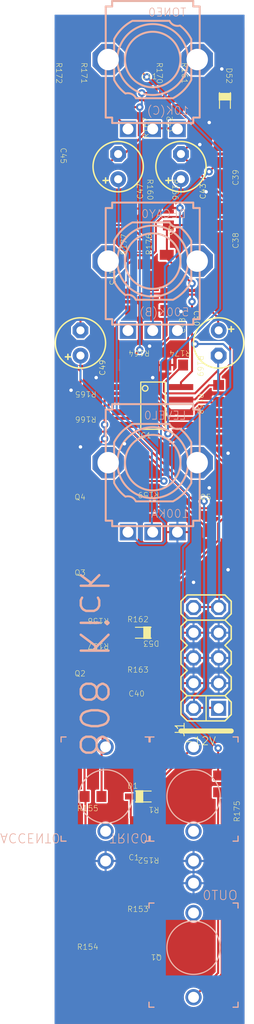
<source format=kicad_pcb>
(kicad_pcb (version 20240108) (generator "pcbnew") (generator_version "8.0")
  (layers (0 "F.Cu" signal) (31 "B.Cu" signal) (34 "B.Paste" user) (35 "F.Paste" user) (36 "B.SilkS" user "B.Silkscreen") (37 "F.SilkS" user "F.Silkscreen") (38 "B.Mask" user) (39 "F.Mask" user) (44 "Edge.Cuts" user))
  (net 0 "")
  (net 1 "N$162")
  (net 2 "N$164")
  (net 3 "N$188")
  (net 4 "N$190")
  (net 5 "N$191")
  (net 6 "N$192")
  (net 7 "N$193")
  (net 8 "N$195")
  (net 9 "N$196")
  (net 10 "N$197")
  (net 11 "N$198")
  (net 12 "N$199")
  (net 13 "N$202")
  (net 14 "N$203")
  (net 15 "N$204")
  (net 16 "N$205")
  (net 17 "N$206")
  (net 18 "N$207")
  (net 19 "C49")
  (net 20 "N$242")
  (net 21 "N$208")
  (net 22 "TRIG")
  (net 23 "GND")
  (net 24 "N$169")
  (net 25 "N$168")
  (net 26 "N$217")
  (net 27 "N$2")
  (net 28 "+12V")
  (net 29 "-12V")
  (net 30 "N$3")
  (net 31 "N$1")
  (net 32 "N$4")
  (net 33 "N$5")
  (net 34 "N$6")
  (footprint "808_bass_drum1:R0603_1879502" (layer "F.Cu") (at 126.7714 68.6308 90)
    (property "Reference" "R177")
    (property "Value" "82K")
  )
  (footprint "808_bass_drum1:R0603_1879502" (layer "F.Cu") (at 130.5814 108.0008)
    (property "Reference" "R162")
    (property "Value" "4K7")
  )
  (footprint "808_bass_drum1:SOT23-BEC_1879502" (layer "F.Cu") (at 125.5014 106.7308)
    (property "Reference" "Q3")
    (property "Value" "bc546")
  )
  (footprint "808_bass_drum1:SOT23-BEC_1879502" (layer "F.Cu") (at 138.2014 99.1108)
    (property "Reference" "Q5")
    (property "Value" "bc546")
  )
  (footprint "808_bass_drum1:R0603_1879502" (layer "F.Cu") (at 133.7564 83.5533 180)
    (property "Reference" "R174")
    (property "Value" "100K")
  )
  (footprint "808_bass_drum1:E2,5-5_1879502" (layer "F.Cu") (at 138.2014 81.3308 -90)
    (property "Reference" "C50")
    (property "Value" "1/50")
  )
  (footprint "808_bass_drum1:R0603_1879502" (layer "F.Cu") (at 130.5814 113.0808)
    (property "Reference" "R163")
    (property "Value" "100K")
  )
  (footprint "808_bass_drum1:E2,5-5_1879502" (layer "F.Cu") (at 128.0414 63.5508 90)
    (property "Reference" "C47")
    (property "Value" ".47/50")
  )
  (footprint "808_bass_drum1:E2,5-5_1879502" (layer "F.Cu") (at 124.2314 81.3308 90)
    (property "Reference" "C49")
    (property "Value" ".47/50")
  )
  (footprint "808_bass_drum1:R0603_1879502" (layer "F.Cu") (at 129.6289 83.5533 180)
    (property "Reference" "R164")
    (property "Value" "47K")
  )
  (footprint "808_bass_drum1:SOT23-BEC_1879502" (layer "F.Cu") (at 125.5014 99.1108)
    (property "Reference" "Q4")
    (property "Value" "bc546")
  )
  (footprint "808_bass_drum1:C0603_1879502" (layer "F.Cu") (at 131.5339 56.8833 90)
    (property "Reference" "C42")
    (property "Value" "15n")
  )
  (footprint "808_bass_drum1:R0603_1879502" (layer "F.Cu") (at 125.5014 141.0208)
    (property "Reference" "R154")
    (property "Value" "10K")
  )
  (footprint "808_bass_drum1:SOT23-BEC_1879502" (layer "F.Cu") (at 130.5814 141.0208 180)
    (property "Reference" "Q1")
    (property "Value" "bc546")
  )
  (footprint "808_bass_drum1:2X05_EUROPWR_OPEN_1879502" (layer "F.Cu") (at 136.9314 113.0808 90)
    (property "Reference" "J1")
    (property "Value" "HEADER-EUROPWR_2X05-OPEN" (hide yes))
  )
  (footprint "808_bass_drum1:SO08_1879502" (layer "F.Cu") (at 131.5339 87.6808 -90)
    (property "Reference" "IC1")
    (property "Value" "OPAMP-TL072D")
  )
  (footprint "808_bass_drum1:R0603_1879502" (layer "F.Cu") (at 138.2014 86.4108 -90)
    (property "Reference" "R169")
    (property "Value" "47K")
  )
  (footprint "808_bass_drum1:C0603_1879502" (layer "F.Cu") (at 130.5814 115.6208)
    (property "Reference" "C40")
    (property "Value" "15n")
  )
  (footprint "808_bass_drum1:R0603_1879502" (layer "F.Cu") (at 133.1214 68.6308 -90)
    (property "Reference" "R160")
    (property "Value" "22K")
  )
  (footprint "808_bass_drum1:R0603_1879502" (layer "F.Cu") (at 135.6614 68.6308 -90)
    (property "Reference" "R156")
    (property "Value" "1M")
  )
  (footprint "808_bass_drum1:R0603_1879502" (layer "F.Cu") (at 129.3114 77.2033 -90)
    (property "Reference" "R173")
    (property "Value" "6K8")
  )
  (footprint "808_bass_drum1:R0603_1879502" (layer "F.Cu") (at 124.2314 90.2208 180)
    (property "Reference" "R166")
    (property "Value" "6K8")
  )
  (footprint "808_bass_drum1:R0603_1879502" (layer "F.Cu") (at 138.2014 90.2208 -90)
    (property "Reference" "R168")
    (property "Value" "22K")
  )
  (footprint "808_bass_drum1:R0603_1879502" (layer "F.Cu") (at 125.5014 127.0508)
    (property "Reference" "R155")
    (property "Value" "4K7")
  )
  (footprint "808_bass_drum1:C0603_1879502" (layer "F.Cu") (at 124.2314 64.8208 -90)
    (property "Reference" "C45")
    (property "Value" "100n")
  )
  (footprint "808_bass_drum1:SOD323W_INFINEON_1879502" (layer "F.Cu") (at 130.5814 110.5408 180)
    (property "Reference" "D53")
    (property "Value" "1N4148")
  )
  (footprint "808_bass_drum1:R0603_1879502" (layer "F.Cu") (at 123.9139 56.8833 -90)
    (property "Reference" "R172")
    (property "Value" "10K")
  )
  (footprint "808_bass_drum1:E2,5-5_1879502" (layer "F.Cu") (at 134.3914 63.5508 90)
    (property "Reference" "C43")
    (property "Value" "33/6.3")
  )
  (footprint "808_bass_drum1:C0603_1879502" (layer "F.Cu") (at 138.2014 68.6308 90)
    (property "Reference" "C38")
    (property "Value" "100n")
  )
  (footprint "808_bass_drum1:R0603_1879502" (layer "F.Cu") (at 125.5014 113.0808 180)
    (property "Reference" "R157")
    (property "Value" "8K2")
  )
  (footprint "808_bass_drum1:R0603_1879502" (layer "F.Cu") (at 130.5814 129.5908 180)
    (property "Reference" "R1")
    (property "Value" "100K")
  )
  (footprint "808_bass_drum1:SOD323W_INFINEON_1879502" (layer "F.Cu") (at 130.5814 127.0508)
    (property "Reference" "D1")
    (property "Value" "1N4148")
  )
  (footprint "808_bass_drum1:R0603_1879502" (layer "F.Cu") (at 128.9939 56.8833 90)
    (property "Reference" "R167")
    (property "Value" "1M")
  )
  (footprint "808_bass_drum1:R0603_1879502" (layer "F.Cu") (at 130.5814 97.8408 180)
    (property "Reference" "R159")
    (property "Value" "100K")
  )
  (footprint "808_bass_drum1:SOT23-BEC_1879502" (layer "F.Cu") (at 131.8514 72.4408 -90)
    (property "Reference" "Q6")
    (property "Value" "bc546")
  )
  (footprint "808_bass_drum1:R0603_1879502" (layer "F.Cu") (at 126.4539 56.8833 -90)
    (property "Reference" "R171")
    (property "Value" "220R")
  )
  (footprint "808_bass_drum1:R0603_1879502" (layer "F.Cu") (at 134.0739 56.8833 -90)
    (property "Reference" "R170")
    (property "Value" "470K")
  )
  (footprint "808_bass_drum1:C0603_1879502" (layer "F.Cu") (at 131.8514 53.3908)
    (property "Reference" "C41")
    (property "Value" "15n")
  )
  (footprint "808_bass_drum1:R0603_1879502" (layer "F.Cu") (at 130.5814 137.2108)
    (property "Reference" "R153")
    (property "Value" "10K")
  )
  (footprint "808_bass_drum1:R0603_1879502" (layer "F.Cu") (at 130.5814 134.6708 180)
    (property "Reference" "R152")
    (property "Value" "22K")
  )
  (footprint "808_bass_drum1:C0603_1879502" (layer "F.Cu") (at 130.5814 132.1308)
    (property "Reference" "C1")
    (property "Value" "0.1")
  )
  (footprint "808_bass_drum1:R0603_1879502" (layer "F.Cu") (at 125.5014 110.5408 180)
    (property "Reference" "R158")
    (property "Value" "2K7")
  )
  (footprint "808_bass_drum1:R0603_1879502" (layer "F.Cu") (at 129.3114 68.6308 90)
    (property "Reference" "R176")
    (property "Value" "100K")
  )
  (footprint "808_bass_drum1:C0603_1879502" (layer "F.Cu") (at 132.8039 77.2033 90)
    (property "Reference" "C48")
    (property "Value" "220p")
  )
  (footprint "808_bass_drum1:SOD323W_INFINEON_1879502" (layer "F.Cu") (at 138.8364 56.8833 -90)
    (property "Reference" "D52")
    (property "Value" "1N4148")
  )
  (footprint "808_bass_drum1:SOT23-BEC_1879502" (layer "F.Cu") (at 125.5014 116.8908)
    (property "Reference" "Q2")
    (property "Value" "bc556")
  )
  (footprint "808_bass_drum1:C0603_1879502" (layer "F.Cu") (at 138.2014 62.2808 90)
    (property "Reference" "C39")
    (property "Value" "33n")
  )
  (footprint "808_bass_drum1:R0603_1879502" (layer "F.Cu") (at 138.2014 125.7808 90)
    (property "Reference" "R175")
    (property "Value" "1K")
  )
  (footprint "808_bass_drum1:R0603_1879502" (layer "F.Cu") (at 136.6139 56.8833 -90)
    (property "Reference" "R161")
    (property "Value" "1M")
  )
  (footprint "808_bass_drum1:R0603_1879502" (layer "F.Cu") (at 124.2314 87.6808 180)
    (property "Reference" "R165")
    (property "Value" "47K")
  )
  (footprint "808_bass_drum1:WQP-PJ301M-12_JACK_1879502" (layer "B.Cu") (at 135.6614 127.0508 180)
    (property "Reference" "TRIG0")
    (property "Value" "JACK_THONKICONNNEW" (hide yes))
  )
  (footprint "808_bass_drum1:WQP-PJ301M-12_JACK_1879502" (layer "B.Cu") (at 135.6614 142.2908)
    (property "Reference" "OUT0")
    (property "Value" "JACK_THONKICONNNEW" (hide yes))
  )
  (footprint "808_bass_drum1:9MM_PLS_1879502" (layer "B.Cu") (at 131.5339 52.7558 180)
    (property "Reference" "TONE0")
    (property "Value" "10K(C)")
  )
  (footprint "808_bass_drum1:WQP-PJ301M-12_JACK_1879502" (layer "B.Cu") (at 126.7714 127.0508 180)
    (property "Reference" "ACCENT0")
    (property "Value" "JACK_THONKICONNNEW" (hide yes))
  )
  (footprint "808_bass_drum1:9MM_PLS_1879502" (layer "B.Cu") (at 131.5339 73.0758 180)
    (property "Reference" "DECAY0")
    (property "Value" "500K(B)")
  )
  (footprint "808_bass_drum1:9MM_PLS_1879502" (layer "B.Cu") (at 131.5339 93.3958 180)
    (property "Reference" "LEVEL0")
    (property "Value" "100KA")
  )
  (gr_text "808 Kick" (at 123.904654 123.322952 270) (layer "B.SilkS") (effects (font (size 2.80416 2.80416) (thickness 0.24384)) (justify left bottom mirror)))
  (segment (start 125.4506 101.5492) (end 125.4506 105.6132) (width 0.2032) (layer "F.Cu") (net 1))
  (segment (start 129.0066 73.406) (end 129.921 72.4916) (width 0.2032) (layer "F.Cu") (net 1))
  (segment (start 124.6378 100.1268) (end 124.5514 100.2108) (width 0.2032) (layer "F.Cu") (net 1))
  (segment (start 124.6378 100.7364) (end 125.4506 101.5492) (width 0.2032) (layer "F.Cu") (net 1))
  (segment (start 126.6698 77.47) (end 129.0066 75.1332) (width 0.2032) (layer "F.Cu") (net 1))
  (segment (start 124.6378 93.0148) (end 126.6698 90.9828) (width 0.2032) (layer "F.Cu") (net 1))
  (segment (start 132.461 68.6308) (end 134.3914 68.6308) (width 0.2032) (layer "F.Cu") (net 1))
  (segment (start 138.1506 69.4436) (end 138.2014 69.4808) (width 0.2032) (layer "F.Cu") (net 1))
  (segment (start 129.0066 75.1332) (end 129.0066 73.406) (width 0.2032) (layer "F.Cu") (net 1))
  (segment (start 124.6378 100.1268) (end 124.6378 93.0148) (width 0.2032) (layer "F.Cu") (net 1))
  (segment (start 129.921 72.4916) (end 131.445 72.4916) (width 0.2032) (layer "F.Cu") (net 1))
  (segment (start 135.7122 67.818) (end 137.3378 69.4436) (width 0.2032) (layer "F.Cu") (net 1))
  (segment (start 131.445 72.4916) (end 131.8514 72.0852) (width 0.2032) (layer "F.Cu") (net 1))
  (segment (start 135.2042 67.818) (end 135.6106 67.818) (width 0.2032) (layer "F.Cu") (net 1))
  (segment (start 131.8514 72.0852) (end 131.8514 69.2404) (width 0.2032) (layer "F.Cu") (net 1))
  (segment (start 135.6106 67.818) (end 135.6614 67.7808) (width 0.2032) (layer "F.Cu") (net 1))
  (segment (start 131.8514 69.2404) (end 132.461 68.6308) (width 0.2032) (layer "F.Cu") (net 1))
  (segment (start 134.3914 68.6308) (end 135.2042 67.818) (width 0.2032) (layer "F.Cu") (net 1))
  (segment (start 137.3378 69.4436) (end 138.1506 69.4436) (width 0.2032) (layer "F.Cu") (net 1))
  (segment (start 135.7122 67.818) (end 135.6614 67.7808) (width 0.2032) (layer "F.Cu") (net 1))
  (segment (start 124.6378 100.2284) (end 124.5514 100.2108) (width 0.2032) (layer "F.Cu") (net 1))
  (segment (start 125.4506 105.6132) (end 125.5014 105.6308) (width 0.2032) (layer "F.Cu") (net 1))
  (segment (start 126.6698 89.5604) (end 126.6698 77.47) (width 0.2032) (layer "F.Cu") (net 1))
  (segment (start 124.6378 100.2284) (end 124.6378 100.7364) (width 0.2032) (layer "F.Cu") (net 1))
  (via (at 126.6698 89.5604) (size 0.762) (drill 0.3556) (layers "F.Cu" "B.Cu") (net 1))
  (via (at 126.6698 90.9828) (size 0.762) (drill 0.3556) (layers "F.Cu" "B.Cu") (net 1))
  (segment (start 126.6698 90.9828) (end 126.6698 89.5604) (width 0.2032) (layer "B.Cu") (net 1))
  (segment (start 124.7394 127.0508) (end 124.7394 140.97) (width 0.2032) (layer "F.Cu") (net 2))
  (segment (start 124.7394 140.97) (end 124.6514 141.0208) (width 0.2032) (layer "F.Cu") (net 2))
  (segment (start 124.6378 127.0508) (end 124.6514 127.0508) (width 0.2032) (layer "F.Cu") (net 2))
  (segment (start 124.6378 118.0084) (end 124.5514 117.9908) (width 0.2032) (layer "F.Cu") (net 2))
  (segment (start 124.7394 127.0508) (end 124.6514 127.0508) (width 0.2032) (layer "F.Cu") (net 2))
  (segment (start 124.6378 127.0508) (end 124.6378 118.0084) (width 0.2032) (layer "F.Cu") (net 2))
  (segment (start 130.5306 142.0876) (end 129.5146 141.0716) (width 0.2032) (layer "F.Cu") (net 3))
  (segment (start 130.5306 142.0876) (end 130.5814 142.1208) (width 0.2032) (layer "F.Cu") (net 3))
  (segment (start 126.365 141.0716) (end 126.3514 141.0208) (width 0.2032) (layer "F.Cu") (net 3))
  (segment (start 129.5146 141.0716) (end 126.365 141.0716) (width 0.2032) (layer "F.Cu") (net 3))
  (segment (start 133.1722 67.7164) (end 133.1214 67.7808) (width 0.2032) (layer "F.Cu") (net 4))
  (segment (start 134.2898 67.7164) (end 133.1722 67.7164) (width 0.2032) (layer "F.Cu") (net 4))
  (segment (start 125.6538 98.0948) (end 125.5014 98.0108) (width 0.2032) (layer "F.Cu") (net 4))
  (segment (start 125.9078 97.8408) (end 125.7046 98.044) (width 0.2032) (layer "F.Cu") (net 4))
  (segment (start 138.1506 63.1444) (end 138.2014 63.1308) (width 0.2032) (layer "F.Cu") (net 4))
  (segment (start 138.1506 63.1444) (end 137.2362 64.0588) (width 0.2032) (layer "F.Cu") (net 4))
  (segment (start 125.6538 98.0948) (end 125.7046 98.044) (width 0.2032) (layer "F.Cu") (net 4))
  (segment (start 128.4986 95.25) (end 132.6642 95.25) (width 0.2032) (layer "F.Cu") (net 4))
  (segment (start 125.5522 98.0948) (end 125.5014 98.0108) (width 0.2032) (layer "F.Cu") (net 4))
  (segment (start 125.9078 97.8408) (end 128.4986 95.25) (width 0.2032) (layer "F.Cu") (net 4))
  (segment (start 129.7314 97.8408) (end 125.9078 97.8408) (width 0.2032) (layer "F.Cu") (net 4))
  (via (at 134.2898 67.7164) (size 0.762) (drill 0.3556) (layers "F.Cu" "B.Cu") (net 4))
  (via (at 132.6642 95.25) (size 0.762) (drill 0.3556) (layers "F.Cu" "B.Cu") (net 4))
  (via (at 137.2362 64.0588) (size 0.762) (drill 0.3556) (layers "F.Cu" "B.Cu") (net 4))
  (segment (start 132.6642 95.25) (end 132.3594 94.9452) (width 0.2032) (layer "B.Cu") (net 4))
  (segment (start 132.3594 83.2612) (end 132.7658 82.8548) (width 0.2032) (layer "B.Cu") (net 4))
  (segment (start 134.2898 67.0052) (end 134.2898 67.7164) (width 0.2032) (layer "B.Cu") (net 4))
  (segment (start 132.7658 73.6092) (end 134.2898 72.0852) (width 0.2032) (layer "B.Cu") (net 4))
  (segment (start 137.2362 64.0588) (end 134.2898 67.0052) (width 0.2032) (layer "B.Cu") (net 4))
  (segment (start 132.3594 94.9452) (end 132.3594 83.2612) (width 0.2032) (layer "B.Cu") (net 4))
  (segment (start 134.2898 72.0852) (end 134.2898 67.7164) (width 0.2032) (layer "B.Cu") (net 4))
  (segment (start 132.7658 82.8548) (end 132.7658 73.6092) (width 0.2032) (layer "B.Cu") (net 4))
  (segment (start 129.7178 113.1316) (end 129.7178 115.57) (width 0.2032) (layer "F.Cu") (net 5))
  (segment (start 126.365 113.1316) (end 126.3514 113.0808) (width 0.2032) (layer "F.Cu") (net 5))
  (segment (start 126.2634 115.062) (end 126.2634 113.1316) (width 0.2032) (layer "F.Cu") (net 5))
  (segment (start 129.7178 113.1316) (end 129.7314 113.0808) (width 0.2032) (layer "F.Cu") (net 5))
  (segment (start 129.6162 113.1316) (end 129.7314 113.0808) (width 0.2032) (layer "F.Cu") (net 5))
  (segment (start 126.2634 113.1316) (end 126.3514 113.0808) (width 0.2032) (layer "F.Cu") (net 5))
  (segment (start 125.5522 115.7732) (end 125.5014 115.7908) (width 0.2032) (layer "F.Cu") (net 5))
  (segment (start 129.7178 115.57) (end 129.7314 115.6208) (width 0.2032) (layer "F.Cu") (net 5))
  (segment (start 125.5522 115.7732) (end 126.2634 115.062) (width 0.2032) (layer "F.Cu") (net 5))
  (segment (start 126.365 113.1316) (end 129.6162 113.1316) (width 0.2032) (layer "F.Cu") (net 5))
  (segment (start 131.8514 110.49) (end 131.9314 110.5408) (width 0.2032) (layer "F.Cu") (net 6))
  (segment (start 136.8298 91.4908) (end 133.0706 91.4908) (width 0.2032) (layer "F.Cu") (net 6))
  (segment (start 139.065 98.806) (end 139.065 93.726) (width 0.2032) (layer "F.Cu") (net 6))
  (segment (start 131.445 110.998) (end 131.445 113.03) (width 0.2032) (layer "F.Cu") (net 6))
  (segment (start 129.921 88.3412) (end 128.8034 88.3412) (width 0.2032) (layer "F.Cu") (net 6))
  (segment (start 138.1506 99.5172) (end 138.557 99.1108) (width 0.2032) (layer "F.Cu") (net 6))
  (segment (start 131.8514 110.5916) (end 131.9314 110.5408) (width 0.2032) (layer "F.Cu") (net 6))
  (segment (start 131.445 113.1316) (end 131.4314 113.0808) (width 0.2032) (layer "F.Cu") (net 6))
  (segment (start 131.445 107.95) (end 138.1506 101.2444) (width 0.2032) (layer "F.Cu") (net 6))
  (segment (start 138.557 99.1108) (end 138.7602 99.1108) (width 0.2032) (layer "F.Cu") (net 6))
  (segment (start 131.445 113.03) (end 131.4314 113.0808) (width 0.2032) (layer "F.Cu") (net 6))
  (segment (start 131.8514 110.5916) (end 131.445 110.998) (width 0.2032) (layer "F.Cu") (net 6))
  (segment (start 131.445 115.57) (end 131.4314 115.6208) (width 0.2032) (layer "F.Cu") (net 6))
  (segment (start 131.445 107.95) (end 131.4314 108.0008) (width 0.2032) (layer "F.Cu") (net 6))
  (segment (start 128.8034 88.3412) (end 128.7339 88.3158) (width 0.2032) (layer "F.Cu") (net 6))
  (segment (start 131.445 108.0516) (end 131.4314 108.0008) (width 0.2032) (layer "F.Cu") (net 6))
  (segment (start 138.1506 101.2444) (end 138.1506 99.5172) (width 0.2032) (layer "F.Cu") (net 6))
  (segment (start 133.0706 91.4908) (end 129.921 88.3412) (width 0.2032) (layer "F.Cu") (net 6))
  (segment (start 131.445 113.1316) (end 131.445 115.57) (width 0.2032) (layer "F.Cu") (net 6))
  (segment (start 131.8514 108.458) (end 131.8514 110.49) (width 0.2032) (layer "F.Cu") (net 6))
  (segment (start 131.445 108.0516) (end 131.8514 108.458) (width 0.2032) (layer "F.Cu") (net 6))
  (segment (start 138.7602 99.1108) (end 139.065 98.806) (width 0.2032) (layer "F.Cu") (net 6))
  (segment (start 139.065 93.726) (end 136.8298 91.4908) (width 0.2032) (layer "F.Cu") (net 6))
  (segment (start 134.8486 97.8408) (end 137.2362 100.2284) (width 0.2032) (layer "F.Cu") (net 7))
  (segment (start 137.2362 100.2284) (end 137.2514 100.2108) (width 0.2032) (layer "F.Cu") (net 7))
  (segment (start 131.4314 97.8408) (end 134.8486 97.8408) (width 0.2032) (layer "F.Cu") (net 7))
  (segment (start 132.7658 54.61) (end 132.7658 53.3908) (width 0.2032) (layer "F.Cu") (net 8))
  (segment (start 127.1778 55.2196) (end 123.2154 55.2196) (width 0.2032) (layer "F.Cu") (net 8))
  (segment (start 124.2314 84.1756) (end 124.2314 88.3412) (width 0.2032) (layer "F.Cu") (net 8))
  (segment (start 136.525 56.0324) (end 134.0866 56.0324) (width 0.2032) (layer "F.Cu") (net 8))
  (segment (start 128.0922 56.642) (end 128.0922 56.134) (width 0.2032) (layer "F.Cu") (net 8))
  (segment (start 130.6322 56.8452) (end 128.2954 56.8452) (width 0.2032) (layer "F.Cu") (net 8))
  (segment (start 128.0922 56.134) (end 127.1778 55.2196) (width 0.2032) (layer "F.Cu") (net 8))
  (segment (start 131.445 57.658) (end 131.5339 57.7333) (width 0.2032) (layer "F.Cu") (net 8))
  (segment (start 134.0866 55.9308) (end 134.0739 56.0333) (width 0.2032) (layer "F.Cu") (net 8))
  (segment (start 136.525 56.0324) (end 136.6139 56.0333) (width 0.2032) (layer "F.Cu") (net 8))
  (segment (start 133.6294 55.4736) (end 132.7658 54.61) (width 0.2032) (layer "F.Cu") (net 8))
  (segment (start 123.0122 82.9564) (end 124.2314 84.1756) (width 0.2032) (layer "F.Cu") (net 8))
  (segment (start 123.4186 90.17) (end 123.3814 90.2208) (width 0.2032) (layer "F.Cu") (net 8))
  (segment (start 128.2954 56.8452) (end 128.0922 56.642) (width 0.2032) (layer "F.Cu") (net 8))
  (segment (start 123.4186 89.154) (end 123.4186 90.17) (width 0.2032) (layer "F.Cu") (net 8))
  (segment (start 131.445 57.658) (end 133.6294 55.4736) (width 0.2032) (layer "F.Cu") (net 8))
  (segment (start 123.2154 55.2196) (end 123.0122 55.4228) (width 0.2032) (layer "F.Cu") (net 8))
  (segment (start 123.0122 55.4228) (end 123.0122 82.9564) (width 0.2032) (layer "F.Cu") (net 8))
  (segment (start 124.2314 88.3412) (end 123.4186 89.154) (width 0.2032) (layer "F.Cu") (net 8))
  (segment (start 134.0866 56.0324) (end 134.0739 56.0333) (width 0.2032) (layer "F.Cu") (net 8))
  (segment (start 132.7658 53.3908) (end 132.7014 53.3908) (width 0.2032) (layer "F.Cu") (net 8))
  (segment (start 131.445 57.658) (end 130.6322 56.8452) (width 0.2032) (layer "F.Cu") (net 8))
  (segment (start 134.0866 55.9308) (end 133.6294 55.4736) (width 0.2032) (layer "F.Cu") (net 8))
  (segment (start 128.8034 87.122) (end 128.7339 87.0458) (width 0.2032) (layer "F.Cu") (net 9))
  (segment (start 133.0706 90.4748) (end 129.7178 87.122) (width 0.2032) (layer "F.Cu") (net 9))
  (segment (start 130.3782 53.9496) (end 130.937 54.5084) (width 0.2032) (layer "F.Cu") (net 9))
  (segment (start 129.0066 55.3212) (end 129.0066 56.0324) (width 0.2032) (layer "F.Cu") (net 9))
  (segment (start 130.937 53.3908) (end 131.0014 53.3908) (width 0.2032) (layer "F.Cu") (net 9))
  (segment (start 130.937 53.3908) (end 130.3782 53.9496) (width 0.2032) (layer "F.Cu") (net 9))
  (segment (start 129.0066 56.0324) (end 128.9939 56.0333) (width 0.2032) (layer "F.Cu") (net 9))
  (segment (start 130.3782 53.9496) (end 129.0066 55.3212) (width 0.2032) (layer "F.Cu") (net 9))
  (segment (start 129.7178 87.122) (end 128.8034 87.122) (width 0.2032) (layer "F.Cu") (net 9))
  (via (at 133.0706 90.4748) (size 0.762) (drill 0.3556) (layers "F.Cu" "B.Cu") (net 9))
  (via (at 130.937 54.5084) (size 0.762) (drill 0.3556) (layers "F.Cu" "B.Cu") (net 9))
  (segment (start 138.3538 77.8764) (end 133.0706 83.1596) (width 0.2032) (layer "B.Cu") (net 9))
  (segment (start 133.0706 83.1596) (end 133.0706 90.4748) (width 0.2032) (layer "B.Cu") (net 9))
  (segment (start 130.937 54.5084) (end 138.3538 61.9252) (width 0.2032) (layer "B.Cu") (net 9))
  (segment (start 138.3538 61.9252) (end 138.3538 77.8764) (width 0.2032) (layer "B.Cu") (net 9))
  (segment (start 130.429 56.134) (end 131.445 56.134) (width 0.2032) (layer "F.Cu") (net 10))
  (segment (start 128.8034 85.6996) (end 128.7339 85.7758) (width 0.2032) (layer "F.Cu") (net 10))
  (segment (start 128.905 57.658) (end 128.4986 57.658) (width 0.2032) (layer "F.Cu") (net 10))
  (segment (start 126.4666 56.134) (end 126.4539 56.0333) (width 0.2032) (layer "F.Cu") (net 10))
  (segment (start 128.905 57.658) (end 128.9939 57.7333) (width 0.2032) (layer "F.Cu") (net 10))
  (segment (start 131.445 56.134) (end 131.5339 56.0333) (width 0.2032) (layer "F.Cu") (net 10))
  (segment (start 126.9746 56.134) (end 126.4666 56.134) (width 0.2032) (layer "F.Cu") (net 10))
  (segment (start 128.4986 57.658) (end 126.9746 56.134) (width 0.2032) (layer "F.Cu") (net 10))
  (segment (start 128.905 57.5564) (end 130.2258 57.5564) (width 0.2032) (layer "F.Cu") (net 10))
  (segment (start 128.8034 83.566) (end 128.7789 83.5533) (width 0.2032) (layer "F.Cu") (net 10))
  (segment (start 130.2258 82.042) (end 128.8034 83.4644) (width 0.2032) (layer "F.Cu") (net 10))
  (segment (start 128.8034 85.6996) (end 128.8034 83.566) (width 0.2032) (layer "F.Cu") (net 10))
  (segment (start 128.905 57.5564) (end 128.9939 57.7333) (width 0.2032) (layer "F.Cu") (net 10))
  (segment (start 128.8034 83.4644) (end 128.7789 83.5533) (width 0.2032) (layer "F.Cu") (net 10))
  (via (at 130.429 56.134) (size 0.762) (drill 0.3556) (layers "F.Cu" "B.Cu") (net 10))
  (via (at 130.2258 82.042) (size 0.762) (drill 0.3556) (layers "F.Cu" "B.Cu") (net 10))
  (via (at 130.2258 57.5564) (size 0.762) (drill 0.3556) (layers "F.Cu" "B.Cu") (net 10))
  (segment (start 130.429 57.3532) (end 130.429 56.134) (width 0.2032) (layer "B.Cu") (net 10))
  (segment (start 130.2258 57.5564) (end 130.429 57.3532) (width 0.2032) (layer "B.Cu") (net 10))
  (segment (start 130.2258 57.5564) (end 130.2258 82.042) (width 0.2032) (layer "B.Cu") (net 10))
  (segment (start 131.5466 59.69) (end 131.5339 59.7558) (width 0.2032) (layer "F.Cu") (net 11))
  (segment (start 131.1402 59.7916) (end 131.445 59.7916) (width 0.2032) (layer "F.Cu") (net 11))
  (segment (start 128.7018 62.23) (end 131.1402 59.7916) (width 0.2032) (layer "F.Cu") (net 11))
  (segment (start 133.985 59.69) (end 134.0339 59.7558) (width 0.2032) (layer "F.Cu") (net 11))
  (segment (start 128.0922 62.23) (end 128.0414 62.2808) (width 0.2032) (layer "F.Cu") (net 11))
  (segment (start 133.985 59.69) (end 131.5466 59.69) (width 0.2032) (layer "F.Cu") (net 11))
  (segment (start 124.2314 63.9572) (end 123.9266 63.6524) (width 0.2032) (layer "F.Cu") (net 11))
  (segment (start 131.445 59.7916) (end 131.5339 59.7558) (width 0.2032) (layer "F.Cu") (net 11))
  (segment (start 128.0922 62.23) (end 128.7018 62.23) (width 0.2032) (layer "F.Cu") (net 11))
  (segment (start 126.365 63.9572) (end 124.2314 63.9572) (width 0.2032) (layer "F.Cu") (net 11))
  (segment (start 123.9266 63.6524) (end 123.9266 57.7596) (width 0.2032) (layer "F.Cu") (net 11))
  (segment (start 123.9266 57.7596) (end 123.9139 57.7333) (width 0.2032) (layer "F.Cu") (net 11))
  (segment (start 128.0414 62.2808) (end 126.365 63.9572) (width 0.2032) (layer "F.Cu") (net 11))
  (segment (start 124.2314 63.9572) (end 124.2314 63.9708) (width 0.2032) (layer "F.Cu") (net 11))
  (segment (start 129.0066 59.69) (end 129.0339 59.7558) (width 0.2032) (layer "F.Cu") (net 12))
  (segment (start 125.4506 57.658) (end 126.365 57.658) (width 0.2032) (layer "F.Cu") (net 12))
  (segment (start 129.0066 59.69) (end 127.0762 57.7596) (width 0.2032) (layer "F.Cu") (net 12))
  (segment (start 127.0762 57.7596) (end 126.4666 57.7596) (width 0.2032) (layer "F.Cu") (net 12))
  (segment (start 126.4666 57.7596) (end 126.4539 57.7333) (width 0.2032) (layer "F.Cu") (net 12))
  (segment (start 123.9266 56.134) (end 123.9139 56.0333) (width 0.2032) (layer "F.Cu") (net 12))
  (segment (start 126.365 57.658) (end 126.4539 57.7333) (width 0.2032) (layer "F.Cu") (net 12))
  (segment (start 123.9266 56.134) (end 125.4506 57.658) (width 0.2032) (layer "F.Cu") (net 12))
  (segment (start 134.3914 62.3316) (end 134.3914 62.2808) (width 0.2032) (layer "F.Cu") (net 13))
  (segment (start 135.2042 61.4172) (end 135.2042 58.7756) (width 0.2032) (layer "F.Cu") (net 13))
  (segment (start 135.8138 87.0204) (end 137.2362 85.598) (width 0.2032) (layer "F.Cu") (net 13))
  (segment (start 134.3914 62.23) (end 135.2042 61.4172) (width 0.2032) (layer "F.Cu") (net 13))
  (segment (start 134.3914 62.3316) (end 139.3698 67.31) (width 0.2032) (layer "F.Cu") (net 13))
  (segment (start 138.2522 84.582) (end 138.2522 85.4964) (width 0.2032) (layer "F.Cu") (net 13))
  (segment (start 134.8994 58.5724) (end 134.0866 57.7596) (width 0.2032) (layer "F.Cu") (net 13))
  (segment (start 137.2362 85.598) (end 138.1506 85.598) (width 0.2032) (layer "F.Cu") (net 13))
  (segment (start 138.1506 85.598) (end 138.2014 85.5608) (width 0.2032) (layer "F.Cu") (net 13))
  (segment (start 139.3698 67.31) (end 139.3698 83.4644) (width 0.2032) (layer "F.Cu") (net 13))
  (segment (start 135.2042 58.7756) (end 135.001 58.5724) (width 0.2032) (layer "F.Cu") (net 13))
  (segment (start 134.3914 87.0204) (end 135.8138 87.0204) (width 0.2032) (layer "F.Cu") (net 13))
  (segment (start 138.2522 85.4964) (end 138.2014 85.5608) (width 0.2032) (layer "F.Cu") (net 13))
  (segment (start 134.0866 57.7596) (end 134.0739 57.7333) (width 0.2032) (layer "F.Cu") (net 13))
  (segment (start 135.001 58.5724) (end 134.8994 58.5724) (width 0.2032) (layer "F.Cu") (net 13))
  (segment (start 134.3914 62.23) (end 134.3914 62.2808) (width 0.2032) (layer "F.Cu") (net 13))
  (segment (start 139.3698 83.4644) (end 138.2522 84.582) (width 0.2032) (layer "F.Cu") (net 13))
  (segment (start 134.3914 87.0204) (end 134.3339 87.0458) (width 0.2032) (layer "F.Cu") (net 13))
  (segment (start 129.3114 69.5452) (end 130.7338 70.9676) (width 0.2032) (layer "F.Cu") (net 14))
  (segment (start 129.3114 69.4436) (end 129.3114 69.4808) (width 0.2032) (layer "F.Cu") (net 14))
  (segment (start 126.7714 69.4436) (end 126.7714 69.4808) (width 0.2032) (layer "F.Cu") (net 14))
  (segment (start 130.7338 71.4756) (end 130.7514 71.4908) (width 0.2032) (layer "F.Cu") (net 14))
  (segment (start 129.3114 69.5452) (end 129.3114 69.4808) (width 0.2032) (layer "F.Cu") (net 14))
  (segment (start 129.3114 69.4436) (end 126.7714 69.4436) (width 0.2032) (layer "F.Cu") (net 14))
  (segment (start 130.7338 70.9676) (end 130.7338 71.4756) (width 0.2032) (layer "F.Cu") (net 14))
  (segment (start 132.7658 76.3524) (end 130.8354 76.3524) (width 0.2032) (layer "F.Cu") (net 15))
  (segment (start 132.7658 76.3524) (end 132.8039 76.3533) (width 0.2032) (layer "F.Cu") (net 15))
  (segment (start 138.1506 78.7908) (end 138.1506 80.01) (width 0.2032) (layer "F.Cu") (net 15))
  (segment (start 130.8354 73.406) (end 130.7514 73.3908) (width 0.2032) (layer "F.Cu") (net 15))
  (segment (start 138.1506 80.01) (end 138.2014 80.0608) (width 0.2032) (layer "F.Cu") (net 15))
  (segment (start 132.8674 76.454) (end 135.8138 76.454) (width 0.2032) (layer "F.Cu") (net 15))
  (segment (start 130.8354 76.3524) (end 129.3114 76.3524) (width 0.2032) (layer "F.Cu") (net 15))
  (segment (start 129.3114 76.3524) (end 129.3114 76.3533) (width 0.2032) (layer "F.Cu") (net 15))
  (segment (start 130.8354 76.3524) (end 130.8354 73.406) (width 0.2032) (layer "F.Cu") (net 15))
  (segment (start 135.8138 76.454) (end 138.1506 78.7908) (width 0.2032) (layer "F.Cu") (net 15))
  (segment (start 132.8674 76.454) (end 132.8039 76.3533) (width 0.2032) (layer "F.Cu") (net 15))
  (segment (start 132.6642 85.3948) (end 132.969 85.09) (width 0.2032) (layer "F.Cu") (net 16))
  (segment (start 135.8138 86.4108) (end 132.8674 86.4108) (width 0.2032) (layer "F.Cu") (net 16))
  (segment (start 138.1506 124.9172) (end 138.2014 124.9308) (width 0.2032) (layer "F.Cu") (net 16))
  (segment (start 138.1506 84.074) (end 135.8138 86.4108) (width 0.2032) (layer "F.Cu") (net 16))
  (segment (start 132.969 85.09) (end 133.0706 85.09) (width 0.2032) (layer "F.Cu") (net 16))
  (segment (start 138.1506 122.174) (end 138.1506 124.9172) (width 0.2032) (layer "F.Cu") (net 16))
  (segment (start 133.0706 85.09) (end 134.5946 83.566) (width 0.2032) (layer "F.Cu") (net 16))
  (segment (start 138.1506 82.6516) (end 138.1506 84.074) (width 0.2032) (layer "F.Cu") (net 16))
  (segment (start 132.6642 86.2076) (end 132.6642 85.3948) (width 0.2032) (layer "F.Cu") (net 16))
  (segment (start 138.1506 82.6516) (end 138.2014 82.6008) (width 0.2032) (layer "F.Cu") (net 16))
  (segment (start 134.5946 83.566) (end 134.6064 83.5533) (width 0.2032) (layer "F.Cu") (net 16))
  (segment (start 132.8674 86.4108) (end 132.6642 86.2076) (width 0.2032) (layer "F.Cu") (net 16))
  (via (at 138.1506 122.174) (size 0.762) (drill 0.3556) (layers "F.Cu" "B.Cu") (net 16))
  (segment (start 133.477 94.9452) (end 135.2042 96.6724) (width 0.2032) (layer "B.Cu") (net 16))
  (segment (start 135.2042 96.6724) (end 135.2042 101.346) (width 0.2032) (layer "B.Cu") (net 16))
  (segment (start 134.5946 101.9556) (end 134.5946 118.618) (width 0.2032) (layer "B.Cu") (net 16))
  (segment (start 138.1506 86.4108) (end 133.477 91.0844) (width 0.2032) (layer "B.Cu") (net 16))
  (segment (start 134.5946 118.618) (end 138.1506 122.174) (width 0.2032) (layer "B.Cu") (net 16))
  (segment (start 138.1506 82.6516) (end 138.2014 82.6008) (width 0.2032) (layer "B.Cu") (net 16))
  (segment (start 135.2042 101.346) (end 134.5946 101.9556) (width 0.2032) (layer "B.Cu") (net 16))
  (segment (start 138.1506 82.6516) (end 138.1506 86.4108) (width 0.2032) (layer "B.Cu") (net 16))
  (segment (start 133.477 91.0844) (end 133.477 94.9452) (width 0.2032) (layer "B.Cu") (net 16))
  (segment (start 129.1082 100.4316) (end 129.0339 100.3958) (width 0.2032) (layer "B.Cu") (net 17))
  (segment (start 132.7658 101.346) (end 132.7658 99.5172) (width 0.2032) (layer "B.Cu") (net 17))
  (segment (start 132.7658 99.5172) (end 131.953 98.7044) (width 0.2032) (layer "B.Cu") (net 17))
  (segment (start 129.0066 72.2884) (end 128.0922 71.374) (width 0.2032) (layer "B.Cu") (net 17))
  (segment (start 129.0066 77.978) (end 129.0066 72.2884) (width 0.2032) (layer "B.Cu") (net 17))
  (segment (start 130.2258 101.5492) (end 132.5626 101.5492) (width 0.2032) (layer "B.Cu") (net 17))
  (segment (start 127.889 79.0956) (end 129.0066 77.978) (width 0.2032) (layer "B.Cu") (net 17))
  (segment (start 127.889 88.0364) (end 127.889 79.0956) (width 0.2032) (layer "B.Cu") (net 17))
  (segment (start 131.953 92.1004) (end 127.889 88.0364) (width 0.2032) (layer "B.Cu") (net 17))
  (segment (start 131.953 98.7044) (end 131.953 92.1004) (width 0.2032) (layer "B.Cu") (net 17))
  (segment (start 128.0922 71.374) (end 128.0922 64.8716) (width 0.2032) (layer "B.Cu") (net 17))
  (segment (start 128.0922 64.8716) (end 128.0414 64.8208) (width 0.2032) (layer "B.Cu") (net 17))
  (segment (start 129.1082 100.4316) (end 130.2258 101.5492) (width 0.2032) (layer "B.Cu") (net 17))
  (segment (start 132.5626 101.5492) (end 132.7658 101.346) (width 0.2032) (layer "B.Cu") (net 17))
  (segment (start 131.445 100.33) (end 131.445 92.202) (width 0.2032) (layer "B.Cu") (net 18))
  (segment (start 124.2314 84.9884) (end 124.2314 82.6008) (width 0.2032) (layer "B.Cu") (net 18))
  (segment (start 131.445 92.202) (end 124.2314 84.9884) (width 0.2032) (layer "B.Cu") (net 18))
  (segment (start 131.445 100.33) (end 131.5339 100.3958) (width 0.2032) (layer "B.Cu") (net 18))
  (segment (start 126.7714 67.818) (end 126.7714 67.7808) (width 0.2032) (layer "F.Cu") (net 19))
  (segment (start 124.2314 70.358) (end 126.7714 67.818) (width 0.2032) (layer "F.Cu") (net 19))
  (segment (start 124.2314 80.0608) (end 124.2314 70.358) (width 0.2032) (layer "F.Cu") (net 19))
  (segment (start 137.033 58.166) (end 138.2522 58.166) (width 0.2032) (layer "F.Cu") (net 20))
  (segment (start 138.2522 58.166) (end 138.2522 61.4172) (width 0.2032) (layer "F.Cu") (net 20))
  (segment (start 138.2522 61.4172) (end 138.2014 61.4308) (width 0.2032) (layer "F.Cu") (net 20))
  (segment (start 136.6266 57.7596) (end 137.033 58.166) (width 0.2032) (layer "F.Cu") (net 20))
  (segment (start 136.6266 57.7596) (end 136.6139 57.7333) (width 0.2032) (layer "F.Cu") (net 20))
  (segment (start 138.2522 58.166) (end 138.7602 58.166) (width 0.2032) (layer "F.Cu") (net 20))
  (segment (start 138.7602 58.166) (end 138.8364 58.2333) (width 0.2032) (layer "F.Cu") (net 20))
  (segment (start 131.5466 80.01) (end 131.5466 69.1388) (width 0.2032) (layer "B.Cu") (net 21))
  (segment (start 134.3914 66.294) (end 134.3914 64.8208) (width 0.2032) (layer "B.Cu") (net 21))
  (segment (start 131.5466 80.01) (end 131.5339 80.0758) (width 0.2032) (layer "B.Cu") (net 21))
  (segment (start 131.5466 69.1388) (end 134.3914 66.294) (width 0.2032) (layer "B.Cu") (net 21))
  (segment (start 126.7714 121.9708) (end 126.4666 121.666) (width 0.2032) (layer "F.Cu") (net 22))
  (segment (start 126.4666 121.666) (end 126.4666 118.0084) (width 0.2032) (layer "F.Cu") (net 22))
  (segment (start 126.4666 118.0084) (end 126.4514 117.9908) (width 0.2032) (layer "F.Cu") (net 22))
  (segment (start 126.365 127.0508) (end 126.3514 127.0508) (width 0.2032) (layer "F.Cu") (net 22))
  (segment (start 126.7714 122.0724) (end 126.365 122.4788) (width 0.2032) (layer "F.Cu") (net 22))
  (segment (start 126.7714 121.9708) (end 126.7714 122.0508) (width 0.2032) (layer "F.Cu") (net 22))
  (segment (start 126.365 122.4788) (end 126.365 127.0508) (width 0.2032) (layer "F.Cu") (net 22))
  (segment (start 126.7714 122.0724) (end 126.7714 122.0508) (width 0.2032) (layer "F.Cu") (net 22))
  (via (at 137.2489 95.9358) (size 0.7564) (drill 0.35) (layers "F.Cu" "B.Cu") (net 23))
  (via (at 139.1539 92.4433) (size 0.7564) (drill 0.35) (layers "F.Cu" "B.Cu") (net 23))
  (via (at 137.2489 59.1058) (size 0.7564) (drill 0.35) (layers "F.Cu" "B.Cu") (net 23))
  (via (at 125.8189 84.8233) (size 0.7564) (drill 0.35) (layers "F.Cu" "B.Cu") (net 23))
  (via (at 128.6764 91.4908) (size 0.7564) (drill 0.35) (layers "F.Cu" "B.Cu") (net 23))
  (via (at 131.2164 81.6483) (size 0.7564) (drill 0.35) (layers "F.Cu" "B.Cu") (net 23))
  (via (at 131.5339 84.8233) (size 0.7564) (drill 0.35) (layers "F.Cu" "B.Cu") (net 23))
  (via (at 123.2789 86.0933) (size 0.7564) (drill 0.35) (layers "F.Cu" "B.Cu") (net 23))
  (via (at 139.1539 104.1908) (size 0.7564) (drill 0.35) (layers "F.Cu" "B.Cu") (net 23))
  (via (at 136.2964 61.3283) (size 0.7564) (drill 0.35) (layers "F.Cu" "B.Cu") (net 23))
  (via (at 134.3914 78.1558) (size 0.7564) (drill 0.35) (layers "F.Cu" "B.Cu") (net 23))
  (via (at 124.2314 91.8083) (size 0.7564) (drill 0.35) (layers "F.Cu" "B.Cu") (net 23))
  (via (at 138.5189 53.7083) (size 0.7564) (drill 0.35) (layers "F.Cu" "B.Cu") (net 23))
  (via (at 136.9314 66.0908) (size 0.7564) (drill 0.35) (layers "F.Cu" "B.Cu") (net 23))
  (via (at 135.6614 105.4608) (size 0.7564) (drill 0.35) (layers "F.Cu" "B.Cu") (net 23))
  (segment (start 124.6378 110.49) (end 124.6514 110.5408) (width 0.2032) (layer "F.Cu") (net 24))
  (segment (start 124.6378 110.49) (end 124.6378 107.8484) (width 0.2032) (layer "F.Cu") (net 24))
  (segment (start 124.7394 110.5916) (end 124.7394 113.03) (width 0.2032) (layer "F.Cu") (net 24))
  (segment (start 124.7394 113.03) (end 124.6514 113.0808) (width 0.2032) (layer "F.Cu") (net 24))
  (segment (start 124.7394 110.5916) (end 124.6514 110.5408) (width 0.2032) (layer "F.Cu") (net 24))
  (segment (start 124.6378 107.8484) (end 124.5514 107.8308) (width 0.2032) (layer "F.Cu") (net 24))
  (segment (start 125.1458 87.7316) (end 125.1458 90.17) (width 0.2032) (layer "F.Cu") (net 25))
  (segment (start 128.7018 90.2716) (end 136.4234 97.9932) (width 0.2032) (layer "F.Cu") (net 25))
  (segment (start 138.1506 97.9932) (end 138.2014 98.0108) (width 0.2032) (layer "F.Cu") (net 25))
  (segment (start 125.1458 90.17) (end 125.0814 90.2208) (width 0.2032) (layer "F.Cu") (net 25))
  (segment (start 125.1458 90.2716) (end 125.0814 90.2208) (width 0.2032) (layer "F.Cu") (net 25))
  (segment (start 125.1458 87.7316) (end 125.0814 87.6808) (width 0.2032) (layer "F.Cu") (net 25))
  (segment (start 125.1458 90.2716) (end 128.7018 90.2716) (width 0.2032) (layer "F.Cu") (net 25))
  (segment (start 136.4234 97.9932) (end 138.1506 97.9932) (width 0.2032) (layer "F.Cu") (net 25))
  (segment (start 131.445 134.6708) (end 131.4314 134.6708) (width 0.2032) (layer "F.Cu") (net 26))
  (segment (start 131.445 134.6708) (end 131.445 137.2108) (width 0.2032) (layer "F.Cu") (net 26))
  (segment (start 131.445 137.2108) (end 131.4314 137.2108) (width 0.2032) (layer "F.Cu") (net 26))
  (segment (start 131.445 137.2108) (end 131.445 139.8524) (width 0.2032) (layer "F.Cu") (net 26))
  (segment (start 131.445 139.8524) (end 131.5314 139.9208) (width 0.2032) (layer "F.Cu") (net 26))
  (segment (start 138.1506 89.4588) (end 138.2014 89.3708) (width 0.2032) (layer "F.Cu") (net 27))
  (segment (start 134.493 89.4588) (end 138.1506 89.4588) (width 0.2032) (layer "F.Cu") (net 27))
  (segment (start 134.3914 89.5604) (end 134.493 89.4588) (width 0.2032) (layer "F.Cu") (net 27))
  (segment (start 134.3914 89.5604) (end 134.3339 89.5858) (width 0.2032) (layer "F.Cu") (net 27))
  (segment (start 135.509 81.4324) (end 135.509 84.1756) (width 0.2032) (layer "F.Cu") (net 28))
  (segment (start 135.6106 69.4436) (end 135.6614 69.4808) (width 0.2032) (layer "F.Cu") (net 28))
  (segment (start 135.509 84.1756) (end 134.3914 85.2932) (width 0.2032) (layer "F.Cu") (net 28))
  (segment (start 134.3914 85.2932) (end 134.3914 85.6996) (width 0.2032) (layer "F.Cu") (net 28))
  (segment (start 132.969 72.4916) (end 132.969 72.7964) (width 0.2032) (layer "F.Cu") (net 28))
  (segment (start 138.1506 107.95) (end 135.7122 107.95) (width 0.2032) (layer "F.Cu") (net 28))
  (segment (start 138.1506 107.95) (end 138.2014 108.0008) (width 0.2032) (layer "F.Cu") (net 28))
  (segment (start 132.969 72.4916) (end 132.9514 72.4408) (width 0.2032) (layer "F.Cu") (net 28))
  (segment (start 135.6106 69.4436) (end 133.1722 69.4436) (width 0.2032) (layer "F.Cu") (net 28))
  (segment (start 132.969 72.39) (end 132.9514 72.4408) (width 0.2032) (layer "F.Cu") (net 28))
  (segment (start 132.969 72.7964) (end 135.509 75.3364) (width 0.2032) (layer "F.Cu") (net 28))
  (segment (start 135.509 81.4324) (end 135.8138 81.4324) (width 0.2032) (layer "F.Cu") (net 28))
  (segment (start 133.0706 69.5452) (end 132.969 69.6468) (width 0.2032) (layer "F.Cu") (net 28))
  (segment (start 133.1722 69.4436) (end 133.1214 69.4808) (width 0.2032) (layer "F.Cu") (net 28))
  (segment (start 132.969 69.6468) (end 132.969 72.39) (width 0.2032) (layer "F.Cu") (net 28))
  (segment (start 134.3914 85.6996) (end 134.3339 85.7758) (width 0.2032) (layer "F.Cu") (net 28))
  (segment (start 135.509 77.1652) (end 135.509 81.4324) (width 0.2032) (layer "F.Cu") (net 28))
  (segment (start 133.0706 69.5452) (end 133.1214 69.4808) (width 0.2032) (layer "F.Cu") (net 28))
  (segment (start 135.7122 107.95) (end 135.6614 108.0008) (width 0.2032) (layer "F.Cu") (net 28))
  (via (at 135.509 75.3364) (size 0.762) (drill 0.3556) (layers "F.Cu" "B.Cu") (net 28))
  (via (at 135.8138 81.4324) (size 0.762) (drill 0.3556) (layers "F.Cu" "B.Cu") (net 28))
  (via (at 135.509 77.1652) (size 0.762) (drill 0.3556) (layers "F.Cu" "B.Cu") (net 28))
  (segment (start 138.2522 86.9188) (end 138.2522 107.95) (width 0.2032) (layer "B.Cu") (net 28))
  (segment (start 135.509 75.3364) (end 135.509 77.1652) (width 0.2032) (layer "B.Cu") (net 28))
  (segment (start 138.2522 107.95) (end 138.2014 108.0008) (width 0.2032) (layer "B.Cu") (net 28))
  (segment (start 138.6586 81.4324) (end 139.3698 82.1436) (width 0.2032) (layer "B.Cu") (net 28))
  (segment (start 139.3698 85.8012) (end 138.2522 86.9188) (width 0.2032) (layer "B.Cu") (net 28))
  (segment (start 135.8138 81.4324) (end 138.6586 81.4324) (width 0.2032) (layer "B.Cu") (net 28))
  (segment (start 139.3698 82.1436) (end 139.3698 85.8012) (width 0.2032) (layer "B.Cu") (net 28))
  (segment (start 128.8034 89.662) (end 128.7339 89.5858) (width 0.2032) (layer "F.Cu") (net 29))
  (segment (start 136.4234 97.282) (end 136.7282 97.282) (width 0.2032) (layer "F.Cu") (net 29))
  (segment (start 128.7018 89.5604) (end 127.889 89.5604) (width 0.2032) (layer "F.Cu") (net 29))
  (segment (start 128.7018 89.5604) (end 128.7339 89.5858) (width 0.2032) (layer "F.Cu") (net 29))
  (segment (start 128.905 78.0796) (end 129.3114 78.0796) (width 0.2032) (layer "F.Cu") (net 29))
  (segment (start 127.889 89.5604) (end 127.0762 88.7476) (width 0.2032) (layer "F.Cu") (net 29))
  (segment (start 138.1506 118.11) (end 135.7122 118.11) (width 0.2032) (layer "F.Cu") (net 29))
  (segment (start 127.0762 79.9084) (end 128.905 78.0796) (width 0.2032) (layer "F.Cu") (net 29))
  (segment (start 127.0762 88.7476) (end 127.0762 79.9084) (width 0.2032) (layer "F.Cu") (net 29))
  (segment (start 135.7122 118.11) (end 135.6614 118.1608) (width 0.2032) (layer "F.Cu") (net 29))
  (segment (start 128.8034 89.662) (end 136.4234 97.282) (width 0.2032) (layer "F.Cu") (net 29))
  (segment (start 138.1506 118.11) (end 138.2014 118.1608) (width 0.2032) (layer "F.Cu") (net 29))
  (segment (start 129.3114 78.0796) (end 129.3114 78.0533) (width 0.2032) (layer "F.Cu") (net 29))
  (via (at 136.7282 97.282) (size 0.762) (drill 0.3556) (layers "F.Cu" "B.Cu") (net 29))
  (segment (start 136.7282 97.282) (end 136.7282 116.078) (width 0.2032) (layer "B.Cu") (net 29))
  (segment (start 136.7282 116.078) (end 135.7122 117.094) (width 0.2032) (layer "B.Cu") (net 29))
  (segment (start 135.7122 118.11) (end 135.6614 118.1608) (width 0.2032) (layer "B.Cu") (net 29))
  (segment (start 135.7122 117.094) (end 135.7122 118.11) (width 0.2032) (layer "B.Cu") (net 29))
  (segment (start 138.1506 126.6444) (end 138.2014 126.6308) (width 0.2032) (layer "F.Cu") (net 30))
  (segment (start 138.1506 144.8308) (end 138.1506 126.6444) (width 0.2032) (layer "F.Cu") (net 30))
  (segment (start 135.7122 147.2692) (end 138.1506 144.8308) (width 0.2032) (layer "F.Cu") (net 30))
  (segment (start 135.7122 147.2692) (end 135.6614 147.2908) (width 0.2032) (layer "F.Cu") (net 30))
  (segment (start 130.5306 83.4644) (end 130.4789 83.5533) (width 0.2032) (layer "F.Cu") (net 31))
  (segment (start 134.3914 88.2396) (end 134.3339 88.3158) (width 0.2032) (layer "F.Cu") (net 31))
  (segment (start 133.985 80.01) (end 134.0339 80.0758) (width 0.2032) (layer "F.Cu") (net 31))
  (segment (start 133.985 80.01) (end 130.5306 83.4644) (width 0.2032) (layer "F.Cu") (net 31))
  (segment (start 136.1186 87.3252) (end 138.1506 87.3252) (width 0.2032) (layer "F.Cu") (net 31))
  (segment (start 134.3914 88.2396) (end 135.2042 88.2396) (width 0.2032) (layer "F.Cu") (net 31))
  (segment (start 138.1506 87.3252) (end 138.2014 87.2608) (width 0.2032) (layer "F.Cu") (net 31))
  (segment (start 130.5306 83.566) (end 130.5306 85.2932) (width 0.2032) (layer "F.Cu") (net 31))
  (segment (start 133.477 88.2396) (end 134.2898 88.2396) (width 0.2032) (layer "F.Cu") (net 31))
  (segment (start 135.2042 88.2396) (end 136.1186 87.3252) (width 0.2032) (layer "F.Cu") (net 31))
  (segment (start 134.2898 88.2396) (end 134.3339 88.3158) (width 0.2032) (layer "F.Cu") (net 31))
  (segment (start 130.5306 85.2932) (end 133.477 88.2396) (width 0.2032) (layer "F.Cu") (net 31))
  (segment (start 130.5306 83.566) (end 130.4789 83.5533) (width 0.2032) (layer "F.Cu") (net 31))
  (segment (start 135.6106 122.0724) (end 131.953 125.73) (width 0.2032) (layer "F.Cu") (net 32))
  (segment (start 135.6106 122.0724) (end 135.6614 122.0508) (width 0.2032) (layer "F.Cu") (net 32))
  (segment (start 131.953 127.0508) (end 131.9314 127.0508) (width 0.2032) (layer "F.Cu") (net 32))
  (segment (start 131.953 125.73) (end 131.953 127.0508) (width 0.2032) (layer "F.Cu") (net 32))
  (segment (start 129.7178 129.5908) (end 129.3114 129.1844) (width 0.2032) (layer "F.Cu") (net 33))
  (segment (start 129.7178 129.5908) (end 129.7314 129.5908) (width 0.2032) (layer "F.Cu") (net 33))
  (segment (start 129.3114 127.0508) (end 129.2314 127.0508) (width 0.2032) (layer "F.Cu") (net 33))
  (segment (start 129.7178 132.1308) (end 129.7314 132.1308) (width 0.2032) (layer "F.Cu") (net 33))
  (segment (start 129.3114 129.1844) (end 129.3114 127.0508) (width 0.2032) (layer "F.Cu") (net 33))
  (segment (start 129.7178 129.5908) (end 129.7178 132.1308) (width 0.2032) (layer "F.Cu") (net 33))
  (segment (start 131.3434 132.1308) (end 129.8194 133.6548) (width 0.2032) (layer "F.Cu") (net 34))
  (segment (start 129.8194 134.6708) (end 129.7314 134.6708) (width 0.2032) (layer "F.Cu") (net 34))
  (segment (start 131.3434 132.1308) (end 131.4314 132.1308) (width 0.2032) (layer "F.Cu") (net 34))
  (segment (start 129.8194 133.6548) (end 129.8194 134.6708) (width 0.2032) (layer "F.Cu") (net 34))
  (zone (net 23) (net_name "GND") (layer "F.Cu") (priority 6) (connect_pads (clearance 0.000001)) (min_thickness 0.0762) (fill yes (thermal_gap 0.2024) (thermal_bridge_width 0.2024))
    (polygon (pts (xy 140.8176 149.987) (xy 121.6152 149.987) (xy 121.6152 49.5046) (xy 140.8176 49.5046)))
  )
  (zone (net 23) (net_name "GND") (layer "B.Cu") (priority 6) (connect_pads (clearance 0.000001)) (min_thickness 0.0762) (fill yes (thermal_gap 0.2024) (thermal_bridge_width 0.2024))
    (polygon (pts (xy 140.8176 149.987) (xy 121.6152 149.987) (xy 121.6152 48.2346) (xy 140.8176 48.2346)))
  )
)
</source>
